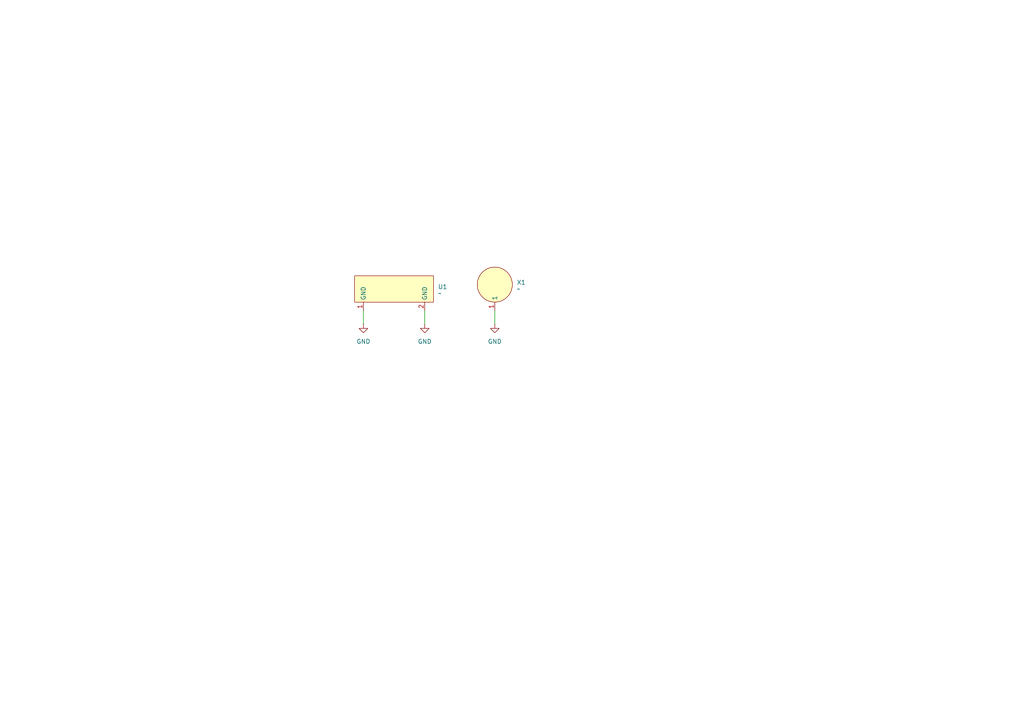
<source format=kicad_sch>
(kicad_sch (version 20250114) (generator "eeschema") (generator_version "9.0")
  (paper "A4")
  (lib_symbols
    (symbol "AllSerial_Front:Front_GND"
      (property "Reference" "U" (at -3.81 -1.27 0))
      (symbol "Front_GND_1_1"
        (rectangle (start -11.43 7.62) (end 11.43 0) (fill (type background)))
        (pin power_in line (at -8.89 -2.54 90) (length 2.54) (name "GND") (number "1"))
        (pin power_in line (at 8.89 -2.54 90) (length 2.54) (name "GND") (number "2"))
      )
    )
    (symbol "AllSerial_Front:SMA-Hole"
      (property "Reference" "X" (at 0 0 0))
      (symbol "SMA-Hole_1_1"
        (circle (center 0 5.08) (radius 5.08) (fill (type background)))
        (pin power_in line (at 0 -2.54 90) (length 2.54) (name "1") (number "1"))
      )
    )
    (symbol "power:GND" (power) (pin_numbers (hide yes)) (pin_names (offset 0) (hide yes))
      (property "Value" "GND" (at 0 -3.81 0))
      (symbol "GND_0_1"
        (polyline (pts (xy 0 0) (xy 0 -1.27) (xy 1.27 -1.27) (xy 0 -2.54) (xy -1.27 -1.27) (xy 0 -1.27)))
      )
      (symbol "GND_1_1"
        (pin power_in line (at 0 0 270) (length 0) (name "~") (number "1"))
      )
    )
  )
  (wire (pts (xy 105.41 90.17) (xy 105.41 93.98)))
  (wire (pts (xy 143.51 90.17) (xy 143.51 93.98)))
  (wire (pts (xy 123.19 90.17) (xy 123.19 93.98)))
  (symbol (lib_id "power:GND") (at 143.51 93.98 0) (unit 1)
    (property "Reference" "#PWR03" (effects (hide yes)))
    (property "Value" "GND" (at 143.51 99.06 0))
    (property "Description" "Power symbol creates a global label with name \"GND\" , ground" (effects (hide yes)))
  )
  (symbol (lib_id "power:GND") (at 123.19 93.98 0) (unit 1)
    (property "Reference" "#PWR02" (effects (hide yes)))
    (property "Value" "GND" (at 123.19 99.06 0))
    (property "Description" "Power symbol creates a global label with name \"GND\" , ground" (effects (hide yes)))
  )
  (symbol (lib_id "AllSerial_Front:SMA-Hole") (at 143.51 87.63 0) (unit 1)
    (property "Reference" "X1" (at 149.86 81.9149 0) (effects (justify left)))
    (property "Value" "~" (at 149.86 83.82 0) (effects (justify left)))
    (property "Footprint" "AllSerial:SMA-D" (effects (hide yes)))
  )
  (symbol (lib_id "AllSerial_Front:Front_GND") (at 114.3 87.63 0) (unit 1)
    (property "Reference" "U1" (at 127 83.1849 0) (effects (justify left)))
    (property "Value" "~" (at 127 85.09 0) (effects (justify left)))
    (property "Footprint" "AllSerial:Frontpanel_GND_2_Holes_Front" (effects (hide yes)))
  )
  (symbol (lib_id "power:GND") (at 105.41 93.98 0) (unit 1)
    (property "Reference" "#PWR01" (effects (hide yes)))
    (property "Value" "GND" (at 105.41 99.06 0))
    (property "Description" "Power symbol creates a global label with name \"GND\" , ground" (effects (hide yes)))
  )
)
</source>
